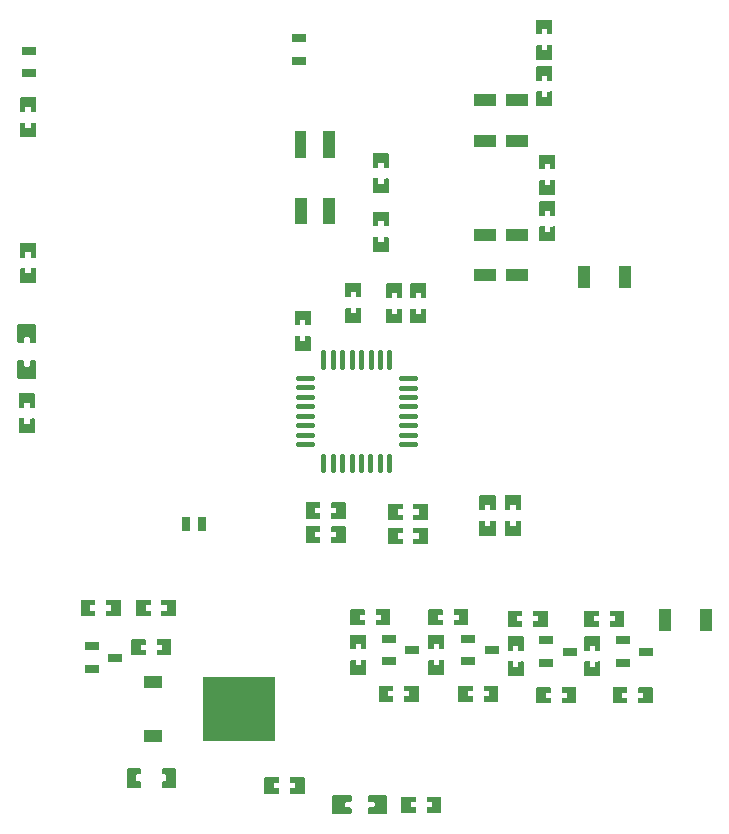
<source format=gtp>
G04 Layer: TopPasteMaskLayer*
G04 EasyEDA v6.4.20.6, 2021-07-30T13:21:48--3:00*
G04 b5d51b18a43e43a9a62da66a6b900804,9d841d54c62b4e4b873e3168cd68637e,10*
G04 Gerber Generator version 0.2*
G04 Scale: 100 percent, Rotated: No, Reflected: No *
G04 Dimensions in millimeters *
G04 leading zeros omitted , absolute positions ,4 integer and 5 decimal *
%FSLAX45Y45*%
%MOMM*%

%ADD16C,0.4500*%
%ADD20R,0.6350X1.2700*%
%ADD23R,1.0160X1.9050*%
%ADD25R,1.9050X1.0160*%
%ADD26R,1.2700X0.6350*%
%ADD29R,1.2500X0.7000*%
%ADD30R,6.2001X5.4000*%
%ADD31R,1.6002X1.0008*%
%ADD32R,0.9800X2.2650*%

%LPD*%
G36*
X2933801Y3053486D02*
G01*
X2928772Y3048508D01*
X2928772Y2920492D01*
X2933801Y2915513D01*
X3048812Y2915513D01*
X3053791Y2920492D01*
X3053283Y2962503D01*
X3009290Y2962503D01*
X3009290Y3007512D01*
X3054299Y3007512D01*
X3053791Y3048508D01*
X3048812Y3053486D01*
G37*
G36*
X3148787Y3053486D02*
G01*
X3143808Y3048508D01*
X3144316Y3007512D01*
X3188309Y3007512D01*
X3188309Y2962503D01*
X3143808Y2962503D01*
X3143808Y2920492D01*
X3148787Y2915513D01*
X3263798Y2915513D01*
X3268776Y2920492D01*
X3268776Y3048508D01*
X3263798Y3053486D01*
G37*
G36*
X2658110Y3064510D02*
G01*
X2648102Y3054502D01*
X2648102Y3017469D01*
X2658110Y3007461D01*
X2693670Y3007461D01*
X2703677Y2997454D01*
X2703677Y2971546D01*
X2693670Y2961538D01*
X2658110Y2961538D01*
X2648102Y2951530D01*
X2648102Y2914497D01*
X2658110Y2904490D01*
X2801620Y2904490D01*
X2811576Y2914497D01*
X2811576Y3054502D01*
X2801620Y3064510D01*
G37*
G36*
X2354580Y3064510D02*
G01*
X2344623Y3054502D01*
X2344623Y2914497D01*
X2354580Y2904490D01*
X2498090Y2904490D01*
X2508097Y2914497D01*
X2508097Y2951530D01*
X2498090Y2961538D01*
X2462530Y2961538D01*
X2452522Y2971546D01*
X2452522Y2997454D01*
X2462530Y3007461D01*
X2498090Y3007461D01*
X2508097Y3017469D01*
X2508097Y3054502D01*
X2498090Y3064510D01*
G37*
G36*
X4076192Y9237827D02*
G01*
X4071213Y9232798D01*
X4071213Y9117787D01*
X4076192Y9112808D01*
X4118203Y9113316D01*
X4118203Y9157309D01*
X4163212Y9157309D01*
X4163212Y9112300D01*
X4204208Y9112808D01*
X4209186Y9117787D01*
X4209186Y9232798D01*
X4204208Y9237827D01*
G37*
G36*
X4076192Y9022791D02*
G01*
X4071213Y9017812D01*
X4071213Y8902801D01*
X4076192Y8897823D01*
X4204208Y8897823D01*
X4209186Y8902801D01*
X4209186Y9017812D01*
X4204208Y9022791D01*
X4163212Y9022283D01*
X4163212Y8978290D01*
X4118203Y8978290D01*
X4118203Y9022791D01*
G37*
G36*
X4076192Y9631527D02*
G01*
X4071213Y9626498D01*
X4071213Y9511487D01*
X4076192Y9506508D01*
X4118203Y9507016D01*
X4118203Y9551009D01*
X4163212Y9551009D01*
X4163212Y9506000D01*
X4204208Y9506508D01*
X4209186Y9511487D01*
X4209186Y9626498D01*
X4204208Y9631527D01*
G37*
G36*
X4076192Y9416491D02*
G01*
X4071213Y9411512D01*
X4071213Y9296501D01*
X4076192Y9291523D01*
X4204208Y9291523D01*
X4209186Y9296501D01*
X4209186Y9411512D01*
X4204208Y9416491D01*
X4163212Y9415983D01*
X4163212Y9371990D01*
X4118203Y9371990D01*
X4118203Y9416491D01*
G37*
G36*
X4101592Y8488527D02*
G01*
X4096613Y8483498D01*
X4096613Y8368487D01*
X4101592Y8363508D01*
X4143603Y8364016D01*
X4143603Y8408009D01*
X4188612Y8408009D01*
X4188612Y8363000D01*
X4229608Y8363508D01*
X4234586Y8368487D01*
X4234586Y8483498D01*
X4229608Y8488527D01*
G37*
G36*
X4101592Y8273491D02*
G01*
X4096613Y8268512D01*
X4096613Y8153501D01*
X4101592Y8148523D01*
X4229608Y8148523D01*
X4234586Y8153501D01*
X4234586Y8268512D01*
X4229608Y8273491D01*
X4188612Y8272983D01*
X4188612Y8228990D01*
X4143603Y8228990D01*
X4143603Y8273491D01*
G37*
G36*
X4101592Y8094827D02*
G01*
X4096613Y8089798D01*
X4096613Y7974787D01*
X4101592Y7969808D01*
X4143603Y7970316D01*
X4143603Y8014309D01*
X4188612Y8014309D01*
X4188612Y7969300D01*
X4229608Y7969808D01*
X4234586Y7974787D01*
X4234586Y8089798D01*
X4229608Y8094827D01*
G37*
G36*
X4101592Y7879791D02*
G01*
X4096613Y7874812D01*
X4096613Y7759801D01*
X4101592Y7754823D01*
X4229608Y7754823D01*
X4234586Y7759801D01*
X4234586Y7874812D01*
X4229608Y7879791D01*
X4188612Y7879283D01*
X4188612Y7835290D01*
X4143603Y7835290D01*
X4143603Y7879791D01*
G37*
G36*
X2691892Y8501227D02*
G01*
X2686913Y8496198D01*
X2686913Y8381187D01*
X2691892Y8376208D01*
X2733903Y8376716D01*
X2733903Y8420709D01*
X2778912Y8420709D01*
X2778912Y8375700D01*
X2819908Y8376208D01*
X2824886Y8381187D01*
X2824886Y8496198D01*
X2819908Y8501227D01*
G37*
G36*
X2691892Y8286191D02*
G01*
X2686913Y8281212D01*
X2686913Y8166201D01*
X2691892Y8161223D01*
X2819908Y8161223D01*
X2824886Y8166201D01*
X2824886Y8281212D01*
X2819908Y8286191D01*
X2778912Y8285683D01*
X2778912Y8241690D01*
X2733903Y8241690D01*
X2733903Y8286191D01*
G37*
G36*
X2691892Y8005927D02*
G01*
X2686913Y8000898D01*
X2686913Y7885887D01*
X2691892Y7880908D01*
X2733903Y7881416D01*
X2733903Y7925409D01*
X2778912Y7925409D01*
X2778912Y7880400D01*
X2819908Y7880908D01*
X2824886Y7885887D01*
X2824886Y8000898D01*
X2819908Y8005927D01*
G37*
G36*
X2691892Y7790891D02*
G01*
X2686913Y7785912D01*
X2686913Y7670901D01*
X2691892Y7665923D01*
X2819908Y7665923D01*
X2824886Y7670901D01*
X2824886Y7785912D01*
X2819908Y7790891D01*
X2778912Y7790383D01*
X2778912Y7746390D01*
X2733903Y7746390D01*
X2733903Y7790891D01*
G37*
G36*
X2072487Y6953199D02*
G01*
X2031492Y6952691D01*
X2026513Y6947712D01*
X2026513Y6832701D01*
X2031492Y6827672D01*
X2159508Y6827672D01*
X2164486Y6832701D01*
X2164486Y6947712D01*
X2159508Y6952691D01*
X2117496Y6952183D01*
X2117496Y6908190D01*
X2072487Y6908190D01*
G37*
G36*
X2031492Y7167676D02*
G01*
X2026513Y7162698D01*
X2026513Y7047687D01*
X2031492Y7042708D01*
X2072487Y7043216D01*
X2072487Y7087209D01*
X2117496Y7087209D01*
X2117496Y7042708D01*
X2159508Y7042708D01*
X2164486Y7047687D01*
X2164486Y7162698D01*
X2159508Y7167676D01*
G37*
G36*
X-311302Y6749897D02*
G01*
X-321310Y6739890D01*
X-321310Y6596380D01*
X-311302Y6586423D01*
X-171297Y6586423D01*
X-161290Y6596380D01*
X-161290Y6739890D01*
X-171297Y6749897D01*
X-208330Y6749897D01*
X-218338Y6739890D01*
X-218338Y6704330D01*
X-228346Y6694322D01*
X-254254Y6694322D01*
X-264261Y6704330D01*
X-264261Y6739890D01*
X-274269Y6749897D01*
G37*
G36*
X-311302Y7053376D02*
G01*
X-321310Y7043420D01*
X-321310Y6899909D01*
X-311302Y6889902D01*
X-274269Y6889902D01*
X-264261Y6899909D01*
X-264261Y6935470D01*
X-254254Y6945477D01*
X-228346Y6945477D01*
X-218338Y6935470D01*
X-218338Y6899909D01*
X-208330Y6889902D01*
X-171297Y6889902D01*
X-161290Y6899909D01*
X-161290Y7043420D01*
X-171297Y7053376D01*
G37*
G36*
X-305308Y6469227D02*
G01*
X-310286Y6464198D01*
X-310286Y6349187D01*
X-305308Y6344208D01*
X-263296Y6344716D01*
X-263296Y6388709D01*
X-218287Y6388709D01*
X-218287Y6343700D01*
X-177292Y6344208D01*
X-172313Y6349187D01*
X-172313Y6464198D01*
X-177292Y6469227D01*
G37*
G36*
X-305308Y6254191D02*
G01*
X-310286Y6249212D01*
X-310286Y6134201D01*
X-305308Y6129223D01*
X-177292Y6129223D01*
X-172313Y6134201D01*
X-172313Y6249212D01*
X-177292Y6254191D01*
X-218287Y6253683D01*
X-218287Y6209690D01*
X-263296Y6209690D01*
X-263296Y6254191D01*
G37*
G36*
X-253593Y8759088D02*
G01*
X-294589Y8758580D01*
X-299618Y8753602D01*
X-299618Y8638590D01*
X-294589Y8633612D01*
X-166624Y8633612D01*
X-161594Y8638590D01*
X-161594Y8753602D01*
X-166624Y8758580D01*
X-208584Y8758123D01*
X-208584Y8714079D01*
X-253593Y8714079D01*
G37*
G36*
X-294589Y8973616D02*
G01*
X-299618Y8968587D01*
X-299618Y8853576D01*
X-294589Y8848598D01*
X-253593Y8849106D01*
X-253593Y8893098D01*
X-208584Y8893098D01*
X-208584Y8848598D01*
X-166624Y8848598D01*
X-161594Y8853576D01*
X-161594Y8968587D01*
X-166624Y8973616D01*
G37*
G36*
X-253593Y7527188D02*
G01*
X-294589Y7526680D01*
X-299618Y7521702D01*
X-299618Y7406690D01*
X-294589Y7401712D01*
X-166624Y7401712D01*
X-161594Y7406690D01*
X-161594Y7521702D01*
X-166624Y7526680D01*
X-208584Y7526223D01*
X-208584Y7482179D01*
X-253593Y7482179D01*
G37*
G36*
X-294589Y7741716D02*
G01*
X-299618Y7736687D01*
X-299618Y7621676D01*
X-294589Y7616698D01*
X-253593Y7617206D01*
X-253593Y7661198D01*
X-208584Y7661198D01*
X-208584Y7616698D01*
X-166624Y7616698D01*
X-161594Y7621676D01*
X-161594Y7736687D01*
X-166624Y7741716D01*
G37*
G36*
X1990598Y3216605D02*
G01*
X1985619Y3211576D01*
X1986076Y3169615D01*
X2030120Y3169615D01*
X2030120Y3124606D01*
X1985111Y3124606D01*
X1985619Y3083610D01*
X1990598Y3078581D01*
X2105609Y3078581D01*
X2110587Y3083610D01*
X2110587Y3211576D01*
X2105609Y3216605D01*
G37*
G36*
X1775612Y3216605D02*
G01*
X1770583Y3211576D01*
X1770583Y3083610D01*
X1775612Y3078581D01*
X1890623Y3078581D01*
X1895602Y3083610D01*
X1895093Y3124606D01*
X1851101Y3124606D01*
X1851101Y3169615D01*
X1895602Y3169615D01*
X1895602Y3211576D01*
X1890623Y3216605D01*
G37*
G36*
X862787Y4386986D02*
G01*
X857808Y4382008D01*
X858316Y4339996D01*
X902309Y4339996D01*
X902309Y4294987D01*
X857300Y4294987D01*
X857808Y4253992D01*
X862787Y4249013D01*
X977798Y4249013D01*
X982827Y4253992D01*
X982827Y4382008D01*
X977798Y4386986D01*
G37*
G36*
X647801Y4386986D02*
G01*
X642823Y4382008D01*
X642823Y4253992D01*
X647801Y4249013D01*
X762812Y4249013D01*
X767791Y4253992D01*
X767283Y4294987D01*
X723290Y4294987D01*
X723290Y4339996D01*
X767791Y4339996D01*
X767791Y4382008D01*
X762812Y4386986D01*
G37*
G36*
X910285Y3298139D02*
G01*
X900277Y3288131D01*
X900277Y3252012D01*
X910285Y3242005D01*
X931367Y3242005D01*
X941374Y3231997D01*
X941374Y3194202D01*
X931367Y3184194D01*
X910285Y3184194D01*
X900277Y3174187D01*
X900277Y3138068D01*
X910285Y3128060D01*
X1011072Y3128060D01*
X1021029Y3138068D01*
X1021029Y3288131D01*
X1011072Y3298139D01*
G37*
G36*
X614527Y3298139D02*
G01*
X604570Y3288131D01*
X604570Y3138068D01*
X614527Y3128060D01*
X715314Y3128060D01*
X725322Y3138068D01*
X725322Y3174187D01*
X715314Y3184194D01*
X694232Y3184194D01*
X684225Y3194202D01*
X684225Y3231997D01*
X694232Y3242005D01*
X715314Y3242005D01*
X725322Y3252012D01*
X725322Y3288131D01*
X715314Y3298139D01*
G37*
G36*
X218490Y4719218D02*
G01*
X213512Y4714189D01*
X213512Y4586224D01*
X218490Y4581194D01*
X333502Y4581194D01*
X338480Y4586224D01*
X338023Y4628184D01*
X293979Y4628184D01*
X293979Y4673193D01*
X338988Y4673193D01*
X338480Y4714189D01*
X333502Y4719218D01*
G37*
G36*
X433476Y4719218D02*
G01*
X428498Y4714189D01*
X429006Y4673193D01*
X472998Y4673193D01*
X472998Y4628184D01*
X428498Y4628184D01*
X428498Y4586224D01*
X433476Y4581194D01*
X548487Y4581194D01*
X553516Y4586224D01*
X553516Y4714189D01*
X548487Y4719218D01*
G37*
G36*
X688390Y4719218D02*
G01*
X683412Y4714189D01*
X683412Y4586224D01*
X688390Y4581194D01*
X803402Y4581194D01*
X808380Y4586224D01*
X807923Y4628184D01*
X763879Y4628184D01*
X763879Y4673193D01*
X808888Y4673193D01*
X808380Y4714189D01*
X803402Y4719218D01*
G37*
G36*
X903376Y4719218D02*
G01*
X898398Y4714189D01*
X898906Y4673193D01*
X942898Y4673193D01*
X942898Y4628184D01*
X898398Y4628184D01*
X898398Y4586224D01*
X903376Y4581194D01*
X1018387Y4581194D01*
X1023416Y4586224D01*
X1023416Y4714189D01*
X1018387Y4719218D01*
G37*
G36*
X2716987Y4640986D02*
G01*
X2712008Y4636008D01*
X2712516Y4593996D01*
X2756509Y4593996D01*
X2756509Y4548987D01*
X2711500Y4548987D01*
X2712008Y4507992D01*
X2716987Y4503013D01*
X2831998Y4503013D01*
X2837027Y4507992D01*
X2837027Y4636008D01*
X2831998Y4640986D01*
G37*
G36*
X2502001Y4640986D02*
G01*
X2497023Y4636008D01*
X2497023Y4507992D01*
X2502001Y4503013D01*
X2617012Y4503013D01*
X2621991Y4507992D01*
X2621483Y4548987D01*
X2577490Y4548987D01*
X2577490Y4593996D01*
X2621991Y4593996D01*
X2621991Y4636008D01*
X2617012Y4640986D01*
G37*
G36*
X3377387Y4640986D02*
G01*
X3372408Y4636008D01*
X3372916Y4593996D01*
X3416909Y4593996D01*
X3416909Y4548987D01*
X3371900Y4548987D01*
X3372408Y4507992D01*
X3377387Y4503013D01*
X3492398Y4503013D01*
X3497427Y4507992D01*
X3497427Y4636008D01*
X3492398Y4640986D01*
G37*
G36*
X3162401Y4640986D02*
G01*
X3157423Y4636008D01*
X3157423Y4507992D01*
X3162401Y4503013D01*
X3277412Y4503013D01*
X3282391Y4507992D01*
X3281883Y4548987D01*
X3237890Y4548987D01*
X3237890Y4593996D01*
X3282391Y4593996D01*
X3282391Y4636008D01*
X3277412Y4640986D01*
G37*
G36*
X4050487Y4628286D02*
G01*
X4045508Y4623308D01*
X4046016Y4581296D01*
X4090009Y4581296D01*
X4090009Y4536287D01*
X4045000Y4536287D01*
X4045508Y4495292D01*
X4050487Y4490313D01*
X4165498Y4490313D01*
X4170527Y4495292D01*
X4170527Y4623308D01*
X4165498Y4628286D01*
G37*
G36*
X3835501Y4628286D02*
G01*
X3830523Y4623308D01*
X3830523Y4495292D01*
X3835501Y4490313D01*
X3950512Y4490313D01*
X3955491Y4495292D01*
X3954983Y4536287D01*
X3910990Y4536287D01*
X3910990Y4581296D01*
X3955491Y4581296D01*
X3955491Y4623308D01*
X3950512Y4628286D01*
G37*
G36*
X4698187Y4628286D02*
G01*
X4693208Y4623308D01*
X4693716Y4581296D01*
X4737709Y4581296D01*
X4737709Y4536287D01*
X4692700Y4536287D01*
X4693208Y4495292D01*
X4698187Y4490313D01*
X4813198Y4490313D01*
X4818227Y4495292D01*
X4818227Y4623308D01*
X4813198Y4628286D01*
G37*
G36*
X4483201Y4628286D02*
G01*
X4478223Y4623308D01*
X4478223Y4495292D01*
X4483201Y4490313D01*
X4598212Y4490313D01*
X4603191Y4495292D01*
X4602683Y4536287D01*
X4558690Y4536287D01*
X4558690Y4581296D01*
X4603191Y4581296D01*
X4603191Y4623308D01*
X4598212Y4628286D01*
G37*
G36*
X2542387Y4209999D02*
G01*
X2501392Y4209491D01*
X2496413Y4204512D01*
X2496413Y4089501D01*
X2501392Y4084472D01*
X2629408Y4084472D01*
X2634386Y4089501D01*
X2634386Y4204512D01*
X2629408Y4209491D01*
X2587396Y4208983D01*
X2587396Y4164990D01*
X2542387Y4164990D01*
G37*
G36*
X2501392Y4424476D02*
G01*
X2496413Y4419498D01*
X2496413Y4304487D01*
X2501392Y4299508D01*
X2542387Y4300016D01*
X2542387Y4344009D01*
X2587396Y4344009D01*
X2587396Y4299508D01*
X2629408Y4299508D01*
X2634386Y4304487D01*
X2634386Y4419498D01*
X2629408Y4424476D01*
G37*
G36*
X3202787Y4209999D02*
G01*
X3161792Y4209491D01*
X3156813Y4204512D01*
X3156813Y4089501D01*
X3161792Y4084472D01*
X3289808Y4084472D01*
X3294786Y4089501D01*
X3294786Y4204512D01*
X3289808Y4209491D01*
X3247796Y4208983D01*
X3247796Y4164990D01*
X3202787Y4164990D01*
G37*
G36*
X3161792Y4424476D02*
G01*
X3156813Y4419498D01*
X3156813Y4304487D01*
X3161792Y4299508D01*
X3202787Y4300016D01*
X3202787Y4344009D01*
X3247796Y4344009D01*
X3247796Y4299508D01*
X3289808Y4299508D01*
X3294786Y4304487D01*
X3294786Y4419498D01*
X3289808Y4424476D01*
G37*
G36*
X3875887Y4197299D02*
G01*
X3834892Y4196791D01*
X3829913Y4191812D01*
X3829913Y4076801D01*
X3834892Y4071772D01*
X3962908Y4071772D01*
X3967886Y4076801D01*
X3967886Y4191812D01*
X3962908Y4196791D01*
X3920896Y4196283D01*
X3920896Y4152290D01*
X3875887Y4152290D01*
G37*
G36*
X3834892Y4411776D02*
G01*
X3829913Y4406798D01*
X3829913Y4291787D01*
X3834892Y4286808D01*
X3875887Y4287316D01*
X3875887Y4331309D01*
X3920896Y4331309D01*
X3920896Y4286808D01*
X3962908Y4286808D01*
X3967886Y4291787D01*
X3967886Y4406798D01*
X3962908Y4411776D01*
G37*
G36*
X4523587Y4197299D02*
G01*
X4482592Y4196791D01*
X4477613Y4191812D01*
X4477613Y4076801D01*
X4482592Y4071772D01*
X4610608Y4071772D01*
X4615586Y4076801D01*
X4615586Y4191812D01*
X4610608Y4196791D01*
X4568596Y4196283D01*
X4568596Y4152290D01*
X4523587Y4152290D01*
G37*
G36*
X4482592Y4411776D02*
G01*
X4477613Y4406798D01*
X4477613Y4291787D01*
X4482592Y4286808D01*
X4523587Y4287316D01*
X4523587Y4331309D01*
X4568596Y4331309D01*
X4568596Y4286808D01*
X4610608Y4286808D01*
X4615586Y4291787D01*
X4615586Y4406798D01*
X4610608Y4411776D01*
G37*
G36*
X2958287Y3993286D02*
G01*
X2953308Y3988308D01*
X2953816Y3946296D01*
X2997809Y3946296D01*
X2997809Y3901287D01*
X2952800Y3901287D01*
X2953308Y3860292D01*
X2958287Y3855313D01*
X3073298Y3855313D01*
X3078327Y3860292D01*
X3078327Y3988308D01*
X3073298Y3993286D01*
G37*
G36*
X2743301Y3993286D02*
G01*
X2738323Y3988308D01*
X2738323Y3860292D01*
X2743301Y3855313D01*
X2858312Y3855313D01*
X2863291Y3860292D01*
X2862783Y3901287D01*
X2818790Y3901287D01*
X2818790Y3946296D01*
X2863291Y3946296D01*
X2863291Y3988308D01*
X2858312Y3993286D01*
G37*
G36*
X3631387Y3993286D02*
G01*
X3626408Y3988308D01*
X3626916Y3946296D01*
X3670909Y3946296D01*
X3670909Y3901287D01*
X3625900Y3901287D01*
X3626408Y3860292D01*
X3631387Y3855313D01*
X3746398Y3855313D01*
X3751427Y3860292D01*
X3751427Y3988308D01*
X3746398Y3993286D01*
G37*
G36*
X3416401Y3993286D02*
G01*
X3411423Y3988308D01*
X3411423Y3860292D01*
X3416401Y3855313D01*
X3531412Y3855313D01*
X3536391Y3860292D01*
X3535883Y3901287D01*
X3491890Y3901287D01*
X3491890Y3946296D01*
X3536391Y3946296D01*
X3536391Y3988308D01*
X3531412Y3993286D01*
G37*
G36*
X4291787Y3980586D02*
G01*
X4286808Y3975608D01*
X4287316Y3933596D01*
X4331309Y3933596D01*
X4331309Y3888587D01*
X4286300Y3888587D01*
X4286808Y3847592D01*
X4291787Y3842613D01*
X4406798Y3842613D01*
X4411827Y3847592D01*
X4411827Y3975608D01*
X4406798Y3980586D01*
G37*
G36*
X4076801Y3980586D02*
G01*
X4071823Y3975608D01*
X4071823Y3847592D01*
X4076801Y3842613D01*
X4191812Y3842613D01*
X4196791Y3847592D01*
X4196283Y3888587D01*
X4152290Y3888587D01*
X4152290Y3933596D01*
X4196791Y3933596D01*
X4196791Y3975608D01*
X4191812Y3980586D01*
G37*
G36*
X4939487Y3980586D02*
G01*
X4934508Y3975608D01*
X4935016Y3933596D01*
X4979009Y3933596D01*
X4979009Y3888587D01*
X4934000Y3888587D01*
X4934508Y3847592D01*
X4939487Y3842613D01*
X5054498Y3842613D01*
X5059527Y3847592D01*
X5059527Y3975608D01*
X5054498Y3980586D01*
G37*
G36*
X4724501Y3980586D02*
G01*
X4719523Y3975608D01*
X4719523Y3847592D01*
X4724501Y3842613D01*
X4839512Y3842613D01*
X4844491Y3847592D01*
X4843983Y3888587D01*
X4799990Y3888587D01*
X4799990Y3933596D01*
X4844491Y3933596D01*
X4844491Y3975608D01*
X4839512Y3980586D01*
G37*
G36*
X2821990Y5328818D02*
G01*
X2817012Y5323789D01*
X2817012Y5195824D01*
X2821990Y5190794D01*
X2937002Y5190794D01*
X2941980Y5195824D01*
X2941523Y5237784D01*
X2897479Y5237784D01*
X2897479Y5282793D01*
X2942488Y5282793D01*
X2941980Y5323789D01*
X2937002Y5328818D01*
G37*
G36*
X3036976Y5328818D02*
G01*
X3031998Y5323789D01*
X3032506Y5282793D01*
X3076498Y5282793D01*
X3076498Y5237784D01*
X3031998Y5237784D01*
X3031998Y5195824D01*
X3036976Y5190794D01*
X3151987Y5190794D01*
X3157016Y5195824D01*
X3157016Y5323789D01*
X3151987Y5328818D01*
G37*
G36*
X2123490Y5544718D02*
G01*
X2118512Y5539689D01*
X2118512Y5411724D01*
X2123490Y5406694D01*
X2238502Y5406694D01*
X2243480Y5411724D01*
X2243023Y5453684D01*
X2198979Y5453684D01*
X2198979Y5498693D01*
X2243988Y5498693D01*
X2243480Y5539689D01*
X2238502Y5544718D01*
G37*
G36*
X2338476Y5544718D02*
G01*
X2333498Y5539689D01*
X2334006Y5498693D01*
X2377998Y5498693D01*
X2377998Y5453684D01*
X2333498Y5453684D01*
X2333498Y5411724D01*
X2338476Y5406694D01*
X2453487Y5406694D01*
X2458516Y5411724D01*
X2458516Y5539689D01*
X2453487Y5544718D01*
G37*
G36*
X2499766Y7189368D02*
G01*
X2458770Y7188860D01*
X2453741Y7183881D01*
X2453741Y7068870D01*
X2458770Y7063892D01*
X2586736Y7063892D01*
X2591765Y7068870D01*
X2591765Y7183881D01*
X2586736Y7188860D01*
X2544775Y7188403D01*
X2544775Y7144359D01*
X2499766Y7144359D01*
G37*
G36*
X2458770Y7403896D02*
G01*
X2453741Y7398867D01*
X2453741Y7283856D01*
X2458770Y7278878D01*
X2499766Y7279386D01*
X2499766Y7323378D01*
X2544775Y7323378D01*
X2544775Y7278878D01*
X2586736Y7278878D01*
X2591765Y7283856D01*
X2591765Y7398867D01*
X2586736Y7403896D01*
G37*
G36*
X2805684Y7398867D02*
G01*
X2800654Y7393889D01*
X2800654Y7278878D01*
X2805684Y7273899D01*
X2847644Y7274356D01*
X2847644Y7318400D01*
X2892653Y7318400D01*
X2892653Y7273391D01*
X2933649Y7273899D01*
X2938678Y7278878D01*
X2938678Y7393889D01*
X2933649Y7398867D01*
G37*
G36*
X2805684Y7183881D02*
G01*
X2800654Y7178903D01*
X2800654Y7063892D01*
X2805684Y7058863D01*
X2933649Y7058863D01*
X2938678Y7063892D01*
X2938678Y7178903D01*
X2933649Y7183881D01*
X2892653Y7183374D01*
X2892653Y7139381D01*
X2847644Y7139381D01*
X2847644Y7183881D01*
G37*
G36*
X3811524Y5603087D02*
G01*
X3806494Y5598109D01*
X3806494Y5483098D01*
X3811524Y5478119D01*
X3853484Y5478576D01*
X3853484Y5522620D01*
X3898493Y5522620D01*
X3898493Y5477611D01*
X3939489Y5478119D01*
X3944518Y5483098D01*
X3944518Y5598109D01*
X3939489Y5603087D01*
G37*
G36*
X3811524Y5388102D02*
G01*
X3806494Y5383123D01*
X3806494Y5268112D01*
X3811524Y5263083D01*
X3939489Y5263083D01*
X3944518Y5268112D01*
X3944518Y5383123D01*
X3939489Y5388102D01*
X3898493Y5387594D01*
X3898493Y5343601D01*
X3853484Y5343601D01*
X3853484Y5388102D01*
G37*
G36*
X3595624Y5603087D02*
G01*
X3590594Y5598109D01*
X3590594Y5483098D01*
X3595624Y5478119D01*
X3637584Y5478576D01*
X3637584Y5522620D01*
X3682593Y5522620D01*
X3682593Y5477611D01*
X3723589Y5478119D01*
X3728618Y5483098D01*
X3728618Y5598109D01*
X3723589Y5603087D01*
G37*
G36*
X3595624Y5388102D02*
G01*
X3590594Y5383123D01*
X3590594Y5268112D01*
X3595624Y5263083D01*
X3723589Y5263083D01*
X3728618Y5268112D01*
X3728618Y5383123D01*
X3723589Y5388102D01*
X3682593Y5387594D01*
X3682593Y5343601D01*
X3637584Y5343601D01*
X3637584Y5388102D01*
G37*
G36*
X2821990Y5532018D02*
G01*
X2817012Y5526989D01*
X2817012Y5399024D01*
X2821990Y5393994D01*
X2937002Y5393994D01*
X2941980Y5399024D01*
X2941523Y5440984D01*
X2897479Y5440984D01*
X2897479Y5485993D01*
X2942488Y5485993D01*
X2941980Y5526989D01*
X2937002Y5532018D01*
G37*
G36*
X3036976Y5532018D02*
G01*
X3031998Y5526989D01*
X3032506Y5485993D01*
X3076498Y5485993D01*
X3076498Y5440984D01*
X3031998Y5440984D01*
X3031998Y5399024D01*
X3036976Y5393994D01*
X3151987Y5393994D01*
X3157016Y5399024D01*
X3157016Y5526989D01*
X3151987Y5532018D01*
G37*
G36*
X2123490Y5341518D02*
G01*
X2118512Y5336489D01*
X2118512Y5208524D01*
X2123490Y5203494D01*
X2238502Y5203494D01*
X2243480Y5208524D01*
X2243023Y5250484D01*
X2198979Y5250484D01*
X2198979Y5295493D01*
X2243988Y5295493D01*
X2243480Y5336489D01*
X2238502Y5341518D01*
G37*
G36*
X2338476Y5341518D02*
G01*
X2333498Y5336489D01*
X2334006Y5295493D01*
X2377998Y5295493D01*
X2377998Y5250484D01*
X2333498Y5250484D01*
X2333498Y5208524D01*
X2338476Y5203494D01*
X2453487Y5203494D01*
X2458516Y5208524D01*
X2458516Y5336489D01*
X2453487Y5341518D01*
G37*
G36*
X3008884Y7398867D02*
G01*
X3003854Y7393889D01*
X3003854Y7278878D01*
X3008884Y7273899D01*
X3050844Y7274356D01*
X3050844Y7318400D01*
X3095853Y7318400D01*
X3095853Y7273391D01*
X3136849Y7273899D01*
X3141878Y7278878D01*
X3141878Y7393889D01*
X3136849Y7398867D01*
G37*
G36*
X3008884Y7183881D02*
G01*
X3003854Y7178903D01*
X3003854Y7063892D01*
X3008884Y7058863D01*
X3136849Y7058863D01*
X3141878Y7063892D01*
X3141878Y7178903D01*
X3136849Y7183881D01*
X3095853Y7183374D01*
X3095853Y7139381D01*
X3050844Y7139381D01*
X3050844Y7183881D01*
G37*
D16*
X2052010Y6037579D02*
G01*
X2172009Y6037579D01*
X2052010Y6117589D02*
G01*
X2172009Y6117589D01*
X2052010Y6197600D02*
G01*
X2172009Y6197600D01*
X2052010Y6277610D02*
G01*
X2172009Y6277610D01*
X2052010Y6357365D02*
G01*
X2172009Y6357365D01*
X2052010Y6437376D02*
G01*
X2172009Y6437376D01*
X2052010Y6517386D02*
G01*
X2172009Y6517386D01*
X2052010Y6597395D02*
G01*
X2172009Y6597395D01*
X2269490Y6813859D02*
G01*
X2269490Y6693860D01*
X2349500Y6813859D02*
G01*
X2349500Y6693860D01*
X2429509Y6813859D02*
G01*
X2429509Y6693860D01*
X2509520Y6813859D02*
G01*
X2509520Y6693860D01*
X2589275Y6813859D02*
G01*
X2589275Y6693860D01*
X2669286Y6813859D02*
G01*
X2669286Y6693860D01*
X2749295Y6813859D02*
G01*
X2749295Y6693860D01*
X2829306Y6813859D02*
G01*
X2829306Y6693860D01*
X2928310Y6596379D02*
G01*
X3048309Y6596379D01*
X2928310Y6516370D02*
G01*
X3048309Y6516370D01*
X2928310Y6436360D02*
G01*
X3048309Y6436360D01*
X2928310Y6356350D02*
G01*
X3048309Y6356350D01*
X2928310Y6276594D02*
G01*
X3048309Y6276594D01*
X2928310Y6196584D02*
G01*
X3048309Y6196584D01*
X2928310Y6116573D02*
G01*
X3048309Y6116573D01*
X2928310Y6036563D02*
G01*
X3048309Y6036563D01*
X2828290Y5940099D02*
G01*
X2828290Y5820100D01*
X2748279Y5940099D02*
G01*
X2748279Y5820100D01*
X2668270Y5940099D02*
G01*
X2668270Y5820100D01*
X2588259Y5940099D02*
G01*
X2588259Y5820100D01*
X2508504Y5940099D02*
G01*
X2508504Y5820100D01*
X2428493Y5940099D02*
G01*
X2428493Y5820100D01*
X2348484Y5940099D02*
G01*
X2348484Y5820100D01*
X2268474Y5940099D02*
G01*
X2268474Y5820100D01*
D20*
G01*
X1244600Y5359400D03*
G01*
X1104900Y5359400D03*
D23*
G01*
X5162550Y4546600D03*
G01*
X5505450Y4546600D03*
G01*
X4478566Y7454900D03*
G01*
X4821466Y7454900D03*
D25*
G01*
X3911600Y8604250D03*
G01*
X3911600Y8947150D03*
G01*
X3641407Y8947150D03*
G01*
X3641407Y8604250D03*
G01*
X3641404Y7808854D03*
G01*
X3641404Y7465954D03*
G01*
X3911600Y7465956D03*
G01*
X3911600Y7808856D03*
D26*
G01*
X-220929Y9367901D03*
G01*
X-220929Y9177401D03*
D29*
G01*
X306400Y4324095D03*
G01*
X306400Y4134104D03*
G01*
X506399Y4229100D03*
D30*
G01*
X1558289Y3797300D03*
D31*
G01*
X829310Y4025900D03*
G01*
X829310Y3568700D03*
D26*
G01*
X2065045Y9474200D03*
G01*
X2065045Y9283700D03*
D29*
G01*
X2821000Y4387595D03*
G01*
X2821000Y4197604D03*
G01*
X3020999Y4292600D03*
G01*
X3494100Y4387595D03*
G01*
X3494100Y4197604D03*
G01*
X3694099Y4292600D03*
G01*
X4154500Y4374895D03*
G01*
X4154500Y4184904D03*
G01*
X4354499Y4279900D03*
G01*
X4802200Y4374895D03*
G01*
X4802200Y4184904D03*
G01*
X5002199Y4279900D03*
G36*
X2366098Y8689599D02*
G01*
X2366098Y8463099D01*
X2268100Y8463099D01*
X2268100Y8689599D01*
G37*
G36*
X2126099Y8689599D02*
G01*
X2126099Y8463099D01*
X2028101Y8463099D01*
X2028101Y8689599D01*
G37*
D32*
G01*
X2317089Y8009839D03*
G01*
X2077110Y8009839D03*
M02*

</source>
